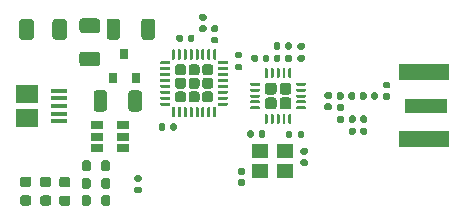
<source format=gbr>
%TF.GenerationSoftware,KiCad,Pcbnew,(5.1.7)-1*%
%TF.CreationDate,2020-12-26T20:13:37+13:00*%
%TF.ProjectId,STM32 RF Dongle,53544d33-3220-4524-9620-446f6e676c65,rev?*%
%TF.SameCoordinates,Original*%
%TF.FileFunction,Paste,Top*%
%TF.FilePolarity,Positive*%
%FSLAX46Y46*%
G04 Gerber Fmt 4.6, Leading zero omitted, Abs format (unit mm)*
G04 Created by KiCad (PCBNEW (5.1.7)-1) date 2020-12-26 20:13:37*
%MOMM*%
%LPD*%
G01*
G04 APERTURE LIST*
%ADD10R,1.060000X0.650000*%
%ADD11R,1.900000X1.500000*%
%ADD12R,1.350000X0.400000*%
%ADD13R,0.800000X0.900000*%
%ADD14R,1.400000X1.200000*%
%ADD15R,3.600000X1.270000*%
%ADD16R,4.200000X1.350000*%
G04 APERTURE END LIST*
%TO.C,C7*%
G36*
G01*
X136920000Y-92579999D02*
X136920000Y-93880001D01*
G75*
G02*
X136670001Y-94130000I-249999J0D01*
G01*
X136019999Y-94130000D01*
G75*
G02*
X135770000Y-93880001I0J249999D01*
G01*
X135770000Y-92579999D01*
G75*
G02*
X136019999Y-92330000I249999J0D01*
G01*
X136670001Y-92330000D01*
G75*
G02*
X136920000Y-92579999I0J-249999D01*
G01*
G37*
G36*
G01*
X133970000Y-92579999D02*
X133970000Y-93880001D01*
G75*
G02*
X133720001Y-94130000I-249999J0D01*
G01*
X133069999Y-94130000D01*
G75*
G02*
X132820000Y-93880001I0J249999D01*
G01*
X132820000Y-92579999D01*
G75*
G02*
X133069999Y-92330000I249999J0D01*
G01*
X133720001Y-92330000D01*
G75*
G02*
X133970000Y-92579999I0J-249999D01*
G01*
G37*
%TD*%
D10*
%TO.C,U3*%
X135300000Y-96250000D03*
X135300000Y-95300000D03*
X135300000Y-97200000D03*
X133100000Y-97200000D03*
X133100000Y-96250000D03*
X133100000Y-95300000D03*
%TD*%
%TO.C,R6*%
G36*
G01*
X133450000Y-101950000D02*
X133450000Y-101400000D01*
G75*
G02*
X133650000Y-101200000I200000J0D01*
G01*
X134050000Y-101200000D01*
G75*
G02*
X134250000Y-101400000I0J-200000D01*
G01*
X134250000Y-101950000D01*
G75*
G02*
X134050000Y-102150000I-200000J0D01*
G01*
X133650000Y-102150000D01*
G75*
G02*
X133450000Y-101950000I0J200000D01*
G01*
G37*
G36*
G01*
X131800000Y-101950000D02*
X131800000Y-101400000D01*
G75*
G02*
X132000000Y-101200000I200000J0D01*
G01*
X132400000Y-101200000D01*
G75*
G02*
X132600000Y-101400000I0J-200000D01*
G01*
X132600000Y-101950000D01*
G75*
G02*
X132400000Y-102150000I-200000J0D01*
G01*
X132000000Y-102150000D01*
G75*
G02*
X131800000Y-101950000I0J200000D01*
G01*
G37*
%TD*%
%TO.C,D3*%
G36*
G01*
X127326250Y-102095000D02*
X126813750Y-102095000D01*
G75*
G02*
X126595000Y-101876250I0J218750D01*
G01*
X126595000Y-101438750D01*
G75*
G02*
X126813750Y-101220000I218750J0D01*
G01*
X127326250Y-101220000D01*
G75*
G02*
X127545000Y-101438750I0J-218750D01*
G01*
X127545000Y-101876250D01*
G75*
G02*
X127326250Y-102095000I-218750J0D01*
G01*
G37*
G36*
G01*
X127326250Y-100520000D02*
X126813750Y-100520000D01*
G75*
G02*
X126595000Y-100301250I0J218750D01*
G01*
X126595000Y-99863750D01*
G75*
G02*
X126813750Y-99645000I218750J0D01*
G01*
X127326250Y-99645000D01*
G75*
G02*
X127545000Y-99863750I0J-218750D01*
G01*
X127545000Y-100301250D01*
G75*
G02*
X127326250Y-100520000I-218750J0D01*
G01*
G37*
%TD*%
D11*
%TO.C,J1*%
X127172500Y-92650000D03*
D12*
X129872500Y-93650000D03*
X129872500Y-94300000D03*
X129872500Y-94950000D03*
X129872500Y-92350000D03*
X129872500Y-93000000D03*
D11*
X127172500Y-94650000D03*
%TD*%
%TO.C,U1*%
G36*
G01*
X146092600Y-91877160D02*
X146092600Y-91752160D01*
G75*
G02*
X146155100Y-91689660I62500J0D01*
G01*
X146855100Y-91689660D01*
G75*
G02*
X146917600Y-91752160I0J-62500D01*
G01*
X146917600Y-91877160D01*
G75*
G02*
X146855100Y-91939660I-62500J0D01*
G01*
X146155100Y-91939660D01*
G75*
G02*
X146092600Y-91877160I0J62500D01*
G01*
G37*
G36*
G01*
X146092600Y-92377160D02*
X146092600Y-92252160D01*
G75*
G02*
X146155100Y-92189660I62500J0D01*
G01*
X146855100Y-92189660D01*
G75*
G02*
X146917600Y-92252160I0J-62500D01*
G01*
X146917600Y-92377160D01*
G75*
G02*
X146855100Y-92439660I-62500J0D01*
G01*
X146155100Y-92439660D01*
G75*
G02*
X146092600Y-92377160I0J62500D01*
G01*
G37*
G36*
G01*
X146092600Y-92877160D02*
X146092600Y-92752160D01*
G75*
G02*
X146155100Y-92689660I62500J0D01*
G01*
X146855100Y-92689660D01*
G75*
G02*
X146917600Y-92752160I0J-62500D01*
G01*
X146917600Y-92877160D01*
G75*
G02*
X146855100Y-92939660I-62500J0D01*
G01*
X146155100Y-92939660D01*
G75*
G02*
X146092600Y-92877160I0J62500D01*
G01*
G37*
G36*
G01*
X146092600Y-93377160D02*
X146092600Y-93252160D01*
G75*
G02*
X146155100Y-93189660I62500J0D01*
G01*
X146855100Y-93189660D01*
G75*
G02*
X146917600Y-93252160I0J-62500D01*
G01*
X146917600Y-93377160D01*
G75*
G02*
X146855100Y-93439660I-62500J0D01*
G01*
X146155100Y-93439660D01*
G75*
G02*
X146092600Y-93377160I0J62500D01*
G01*
G37*
G36*
G01*
X146092600Y-93877160D02*
X146092600Y-93752160D01*
G75*
G02*
X146155100Y-93689660I62500J0D01*
G01*
X146855100Y-93689660D01*
G75*
G02*
X146917600Y-93752160I0J-62500D01*
G01*
X146917600Y-93877160D01*
G75*
G02*
X146855100Y-93939660I-62500J0D01*
G01*
X146155100Y-93939660D01*
G75*
G02*
X146092600Y-93877160I0J62500D01*
G01*
G37*
G36*
G01*
X147317600Y-95102160D02*
X147317600Y-94402160D01*
G75*
G02*
X147380100Y-94339660I62500J0D01*
G01*
X147505100Y-94339660D01*
G75*
G02*
X147567600Y-94402160I0J-62500D01*
G01*
X147567600Y-95102160D01*
G75*
G02*
X147505100Y-95164660I-62500J0D01*
G01*
X147380100Y-95164660D01*
G75*
G02*
X147317600Y-95102160I0J62500D01*
G01*
G37*
G36*
G01*
X147817600Y-95102160D02*
X147817600Y-94402160D01*
G75*
G02*
X147880100Y-94339660I62500J0D01*
G01*
X148005100Y-94339660D01*
G75*
G02*
X148067600Y-94402160I0J-62500D01*
G01*
X148067600Y-95102160D01*
G75*
G02*
X148005100Y-95164660I-62500J0D01*
G01*
X147880100Y-95164660D01*
G75*
G02*
X147817600Y-95102160I0J62500D01*
G01*
G37*
G36*
G01*
X148317600Y-95102160D02*
X148317600Y-94402160D01*
G75*
G02*
X148380100Y-94339660I62500J0D01*
G01*
X148505100Y-94339660D01*
G75*
G02*
X148567600Y-94402160I0J-62500D01*
G01*
X148567600Y-95102160D01*
G75*
G02*
X148505100Y-95164660I-62500J0D01*
G01*
X148380100Y-95164660D01*
G75*
G02*
X148317600Y-95102160I0J62500D01*
G01*
G37*
G36*
G01*
X148817600Y-95102160D02*
X148817600Y-94402160D01*
G75*
G02*
X148880100Y-94339660I62500J0D01*
G01*
X149005100Y-94339660D01*
G75*
G02*
X149067600Y-94402160I0J-62500D01*
G01*
X149067600Y-95102160D01*
G75*
G02*
X149005100Y-95164660I-62500J0D01*
G01*
X148880100Y-95164660D01*
G75*
G02*
X148817600Y-95102160I0J62500D01*
G01*
G37*
G36*
G01*
X149317600Y-95102160D02*
X149317600Y-94402160D01*
G75*
G02*
X149380100Y-94339660I62500J0D01*
G01*
X149505100Y-94339660D01*
G75*
G02*
X149567600Y-94402160I0J-62500D01*
G01*
X149567600Y-95102160D01*
G75*
G02*
X149505100Y-95164660I-62500J0D01*
G01*
X149380100Y-95164660D01*
G75*
G02*
X149317600Y-95102160I0J62500D01*
G01*
G37*
G36*
G01*
X149967600Y-93877160D02*
X149967600Y-93752160D01*
G75*
G02*
X150030100Y-93689660I62500J0D01*
G01*
X150730100Y-93689660D01*
G75*
G02*
X150792600Y-93752160I0J-62500D01*
G01*
X150792600Y-93877160D01*
G75*
G02*
X150730100Y-93939660I-62500J0D01*
G01*
X150030100Y-93939660D01*
G75*
G02*
X149967600Y-93877160I0J62500D01*
G01*
G37*
G36*
G01*
X149967600Y-93377160D02*
X149967600Y-93252160D01*
G75*
G02*
X150030100Y-93189660I62500J0D01*
G01*
X150730100Y-93189660D01*
G75*
G02*
X150792600Y-93252160I0J-62500D01*
G01*
X150792600Y-93377160D01*
G75*
G02*
X150730100Y-93439660I-62500J0D01*
G01*
X150030100Y-93439660D01*
G75*
G02*
X149967600Y-93377160I0J62500D01*
G01*
G37*
G36*
G01*
X149967600Y-92877160D02*
X149967600Y-92752160D01*
G75*
G02*
X150030100Y-92689660I62500J0D01*
G01*
X150730100Y-92689660D01*
G75*
G02*
X150792600Y-92752160I0J-62500D01*
G01*
X150792600Y-92877160D01*
G75*
G02*
X150730100Y-92939660I-62500J0D01*
G01*
X150030100Y-92939660D01*
G75*
G02*
X149967600Y-92877160I0J62500D01*
G01*
G37*
G36*
G01*
X149967600Y-92377160D02*
X149967600Y-92252160D01*
G75*
G02*
X150030100Y-92189660I62500J0D01*
G01*
X150730100Y-92189660D01*
G75*
G02*
X150792600Y-92252160I0J-62500D01*
G01*
X150792600Y-92377160D01*
G75*
G02*
X150730100Y-92439660I-62500J0D01*
G01*
X150030100Y-92439660D01*
G75*
G02*
X149967600Y-92377160I0J62500D01*
G01*
G37*
G36*
G01*
X149967600Y-91877160D02*
X149967600Y-91752160D01*
G75*
G02*
X150030100Y-91689660I62500J0D01*
G01*
X150730100Y-91689660D01*
G75*
G02*
X150792600Y-91752160I0J-62500D01*
G01*
X150792600Y-91877160D01*
G75*
G02*
X150730100Y-91939660I-62500J0D01*
G01*
X150030100Y-91939660D01*
G75*
G02*
X149967600Y-91877160I0J62500D01*
G01*
G37*
G36*
G01*
X149317600Y-91227160D02*
X149317600Y-90527160D01*
G75*
G02*
X149380100Y-90464660I62500J0D01*
G01*
X149505100Y-90464660D01*
G75*
G02*
X149567600Y-90527160I0J-62500D01*
G01*
X149567600Y-91227160D01*
G75*
G02*
X149505100Y-91289660I-62500J0D01*
G01*
X149380100Y-91289660D01*
G75*
G02*
X149317600Y-91227160I0J62500D01*
G01*
G37*
G36*
G01*
X148817600Y-91227160D02*
X148817600Y-90527160D01*
G75*
G02*
X148880100Y-90464660I62500J0D01*
G01*
X149005100Y-90464660D01*
G75*
G02*
X149067600Y-90527160I0J-62500D01*
G01*
X149067600Y-91227160D01*
G75*
G02*
X149005100Y-91289660I-62500J0D01*
G01*
X148880100Y-91289660D01*
G75*
G02*
X148817600Y-91227160I0J62500D01*
G01*
G37*
G36*
G01*
X148317600Y-91227160D02*
X148317600Y-90527160D01*
G75*
G02*
X148380100Y-90464660I62500J0D01*
G01*
X148505100Y-90464660D01*
G75*
G02*
X148567600Y-90527160I0J-62500D01*
G01*
X148567600Y-91227160D01*
G75*
G02*
X148505100Y-91289660I-62500J0D01*
G01*
X148380100Y-91289660D01*
G75*
G02*
X148317600Y-91227160I0J62500D01*
G01*
G37*
G36*
G01*
X147817600Y-91227160D02*
X147817600Y-90527160D01*
G75*
G02*
X147880100Y-90464660I62500J0D01*
G01*
X148005100Y-90464660D01*
G75*
G02*
X148067600Y-90527160I0J-62500D01*
G01*
X148067600Y-91227160D01*
G75*
G02*
X148005100Y-91289660I-62500J0D01*
G01*
X147880100Y-91289660D01*
G75*
G02*
X147817600Y-91227160I0J62500D01*
G01*
G37*
G36*
G01*
X147317600Y-91227160D02*
X147317600Y-90527160D01*
G75*
G02*
X147380100Y-90464660I62500J0D01*
G01*
X147505100Y-90464660D01*
G75*
G02*
X147567600Y-90527160I0J-62500D01*
G01*
X147567600Y-91227160D01*
G75*
G02*
X147505100Y-91289660I-62500J0D01*
G01*
X147380100Y-91289660D01*
G75*
G02*
X147317600Y-91227160I0J62500D01*
G01*
G37*
G36*
G01*
X147312600Y-92444661D02*
X147312600Y-91934659D01*
G75*
G02*
X147562599Y-91684660I249999J0D01*
G01*
X148072601Y-91684660D01*
G75*
G02*
X148322600Y-91934659I0J-249999D01*
G01*
X148322600Y-92444661D01*
G75*
G02*
X148072601Y-92694660I-249999J0D01*
G01*
X147562599Y-92694660D01*
G75*
G02*
X147312600Y-92444661I0J249999D01*
G01*
G37*
G36*
G01*
X147312600Y-93694661D02*
X147312600Y-93184659D01*
G75*
G02*
X147562599Y-92934660I249999J0D01*
G01*
X148072601Y-92934660D01*
G75*
G02*
X148322600Y-93184659I0J-249999D01*
G01*
X148322600Y-93694661D01*
G75*
G02*
X148072601Y-93944660I-249999J0D01*
G01*
X147562599Y-93944660D01*
G75*
G02*
X147312600Y-93694661I0J249999D01*
G01*
G37*
G36*
G01*
X148562600Y-92444661D02*
X148562600Y-91934659D01*
G75*
G02*
X148812599Y-91684660I249999J0D01*
G01*
X149322601Y-91684660D01*
G75*
G02*
X149572600Y-91934659I0J-249999D01*
G01*
X149572600Y-92444661D01*
G75*
G02*
X149322601Y-92694660I-249999J0D01*
G01*
X148812599Y-92694660D01*
G75*
G02*
X148562600Y-92444661I0J249999D01*
G01*
G37*
G36*
G01*
X148562600Y-93694661D02*
X148562600Y-93184659D01*
G75*
G02*
X148812599Y-92934660I249999J0D01*
G01*
X149322601Y-92934660D01*
G75*
G02*
X149572600Y-93184659I0J-249999D01*
G01*
X149572600Y-93694661D01*
G75*
G02*
X149322601Y-93944660I-249999J0D01*
G01*
X148812599Y-93944660D01*
G75*
G02*
X148562600Y-93694661I0J249999D01*
G01*
G37*
%TD*%
%TO.C,C17*%
G36*
G01*
X138910000Y-95260000D02*
X138910000Y-95600000D01*
G75*
G02*
X138770000Y-95740000I-140000J0D01*
G01*
X138490000Y-95740000D01*
G75*
G02*
X138350000Y-95600000I0J140000D01*
G01*
X138350000Y-95260000D01*
G75*
G02*
X138490000Y-95120000I140000J0D01*
G01*
X138770000Y-95120000D01*
G75*
G02*
X138910000Y-95260000I0J-140000D01*
G01*
G37*
G36*
G01*
X139870000Y-95260000D02*
X139870000Y-95600000D01*
G75*
G02*
X139730000Y-95740000I-140000J0D01*
G01*
X139450000Y-95740000D01*
G75*
G02*
X139310000Y-95600000I0J140000D01*
G01*
X139310000Y-95260000D01*
G75*
G02*
X139450000Y-95120000I140000J0D01*
G01*
X139730000Y-95120000D01*
G75*
G02*
X139870000Y-95260000I0J-140000D01*
G01*
G37*
%TD*%
%TO.C,C13*%
G36*
G01*
X157810000Y-92170000D02*
X157470000Y-92170000D01*
G75*
G02*
X157330000Y-92030000I0J140000D01*
G01*
X157330000Y-91750000D01*
G75*
G02*
X157470000Y-91610000I140000J0D01*
G01*
X157810000Y-91610000D01*
G75*
G02*
X157950000Y-91750000I0J-140000D01*
G01*
X157950000Y-92030000D01*
G75*
G02*
X157810000Y-92170000I-140000J0D01*
G01*
G37*
G36*
G01*
X157810000Y-93130000D02*
X157470000Y-93130000D01*
G75*
G02*
X157330000Y-92990000I0J140000D01*
G01*
X157330000Y-92710000D01*
G75*
G02*
X157470000Y-92570000I140000J0D01*
G01*
X157810000Y-92570000D01*
G75*
G02*
X157950000Y-92710000I0J-140000D01*
G01*
X157950000Y-92990000D01*
G75*
G02*
X157810000Y-93130000I-140000J0D01*
G01*
G37*
%TD*%
%TO.C,C15*%
G36*
G01*
X142250000Y-86430000D02*
X141910000Y-86430000D01*
G75*
G02*
X141770000Y-86290000I0J140000D01*
G01*
X141770000Y-86010000D01*
G75*
G02*
X141910000Y-85870000I140000J0D01*
G01*
X142250000Y-85870000D01*
G75*
G02*
X142390000Y-86010000I0J-140000D01*
G01*
X142390000Y-86290000D01*
G75*
G02*
X142250000Y-86430000I-140000J0D01*
G01*
G37*
G36*
G01*
X142250000Y-87390000D02*
X141910000Y-87390000D01*
G75*
G02*
X141770000Y-87250000I0J140000D01*
G01*
X141770000Y-86970000D01*
G75*
G02*
X141910000Y-86830000I140000J0D01*
G01*
X142250000Y-86830000D01*
G75*
G02*
X142390000Y-86970000I0J-140000D01*
G01*
X142390000Y-87250000D01*
G75*
G02*
X142250000Y-87390000I-140000J0D01*
G01*
G37*
%TD*%
%TO.C,C16*%
G36*
G01*
X140400000Y-87760000D02*
X140400000Y-88100000D01*
G75*
G02*
X140260000Y-88240000I-140000J0D01*
G01*
X139980000Y-88240000D01*
G75*
G02*
X139840000Y-88100000I0J140000D01*
G01*
X139840000Y-87760000D01*
G75*
G02*
X139980000Y-87620000I140000J0D01*
G01*
X140260000Y-87620000D01*
G75*
G02*
X140400000Y-87760000I0J-140000D01*
G01*
G37*
G36*
G01*
X141360000Y-87760000D02*
X141360000Y-88100000D01*
G75*
G02*
X141220000Y-88240000I-140000J0D01*
G01*
X140940000Y-88240000D01*
G75*
G02*
X140800000Y-88100000I0J140000D01*
G01*
X140800000Y-87760000D01*
G75*
G02*
X140940000Y-87620000I140000J0D01*
G01*
X141220000Y-87620000D01*
G75*
G02*
X141360000Y-87760000I0J-140000D01*
G01*
G37*
%TD*%
%TO.C,C2*%
G36*
G01*
X146400000Y-95860000D02*
X146400000Y-96200000D01*
G75*
G02*
X146260000Y-96340000I-140000J0D01*
G01*
X145980000Y-96340000D01*
G75*
G02*
X145840000Y-96200000I0J140000D01*
G01*
X145840000Y-95860000D01*
G75*
G02*
X145980000Y-95720000I140000J0D01*
G01*
X146260000Y-95720000D01*
G75*
G02*
X146400000Y-95860000I0J-140000D01*
G01*
G37*
G36*
G01*
X147360000Y-95860000D02*
X147360000Y-96200000D01*
G75*
G02*
X147220000Y-96340000I-140000J0D01*
G01*
X146940000Y-96340000D01*
G75*
G02*
X146800000Y-96200000I0J140000D01*
G01*
X146800000Y-95860000D01*
G75*
G02*
X146940000Y-95720000I140000J0D01*
G01*
X147220000Y-95720000D01*
G75*
G02*
X147360000Y-95860000I0J-140000D01*
G01*
G37*
%TD*%
%TO.C,C3*%
G36*
G01*
X136870000Y-87810001D02*
X136870000Y-86509999D01*
G75*
G02*
X137119999Y-86260000I249999J0D01*
G01*
X137770001Y-86260000D01*
G75*
G02*
X138020000Y-86509999I0J-249999D01*
G01*
X138020000Y-87810001D01*
G75*
G02*
X137770001Y-88060000I-249999J0D01*
G01*
X137119999Y-88060000D01*
G75*
G02*
X136870000Y-87810001I0J249999D01*
G01*
G37*
G36*
G01*
X133920000Y-87810001D02*
X133920000Y-86509999D01*
G75*
G02*
X134169999Y-86260000I249999J0D01*
G01*
X134820001Y-86260000D01*
G75*
G02*
X135070000Y-86509999I0J-249999D01*
G01*
X135070000Y-87810001D01*
G75*
G02*
X134820001Y-88060000I-249999J0D01*
G01*
X134169999Y-88060000D01*
G75*
G02*
X133920000Y-87810001I0J249999D01*
G01*
G37*
%TD*%
%TO.C,C5*%
G36*
G01*
X149045000Y-89795000D02*
X149045000Y-89455000D01*
G75*
G02*
X149185000Y-89315000I140000J0D01*
G01*
X149465000Y-89315000D01*
G75*
G02*
X149605000Y-89455000I0J-140000D01*
G01*
X149605000Y-89795000D01*
G75*
G02*
X149465000Y-89935000I-140000J0D01*
G01*
X149185000Y-89935000D01*
G75*
G02*
X149045000Y-89795000I0J140000D01*
G01*
G37*
G36*
G01*
X148085000Y-89795000D02*
X148085000Y-89455000D01*
G75*
G02*
X148225000Y-89315000I140000J0D01*
G01*
X148505000Y-89315000D01*
G75*
G02*
X148645000Y-89455000I0J-140000D01*
G01*
X148645000Y-89795000D01*
G75*
G02*
X148505000Y-89935000I-140000J0D01*
G01*
X148225000Y-89935000D01*
G75*
G02*
X148085000Y-89795000I0J140000D01*
G01*
G37*
%TD*%
%TO.C,C8*%
G36*
G01*
X155410000Y-94930000D02*
X155410000Y-94590000D01*
G75*
G02*
X155550000Y-94450000I140000J0D01*
G01*
X155830000Y-94450000D01*
G75*
G02*
X155970000Y-94590000I0J-140000D01*
G01*
X155970000Y-94930000D01*
G75*
G02*
X155830000Y-95070000I-140000J0D01*
G01*
X155550000Y-95070000D01*
G75*
G02*
X155410000Y-94930000I0J140000D01*
G01*
G37*
G36*
G01*
X154450000Y-94930000D02*
X154450000Y-94590000D01*
G75*
G02*
X154590000Y-94450000I140000J0D01*
G01*
X154870000Y-94450000D01*
G75*
G02*
X155010000Y-94590000I0J-140000D01*
G01*
X155010000Y-94930000D01*
G75*
G02*
X154870000Y-95070000I-140000J0D01*
G01*
X154590000Y-95070000D01*
G75*
G02*
X154450000Y-94930000I0J140000D01*
G01*
G37*
%TD*%
%TO.C,C9*%
G36*
G01*
X145175000Y-99875000D02*
X145515000Y-99875000D01*
G75*
G02*
X145655000Y-100015000I0J-140000D01*
G01*
X145655000Y-100295000D01*
G75*
G02*
X145515000Y-100435000I-140000J0D01*
G01*
X145175000Y-100435000D01*
G75*
G02*
X145035000Y-100295000I0J140000D01*
G01*
X145035000Y-100015000D01*
G75*
G02*
X145175000Y-99875000I140000J0D01*
G01*
G37*
G36*
G01*
X145175000Y-98915000D02*
X145515000Y-98915000D01*
G75*
G02*
X145655000Y-99055000I0J-140000D01*
G01*
X145655000Y-99335000D01*
G75*
G02*
X145515000Y-99475000I-140000J0D01*
G01*
X145175000Y-99475000D01*
G75*
G02*
X145035000Y-99335000I0J140000D01*
G01*
X145035000Y-99055000D01*
G75*
G02*
X145175000Y-98915000I140000J0D01*
G01*
G37*
%TD*%
%TO.C,C6*%
G36*
G01*
X149045000Y-88740000D02*
X149045000Y-88400000D01*
G75*
G02*
X149185000Y-88260000I140000J0D01*
G01*
X149465000Y-88260000D01*
G75*
G02*
X149605000Y-88400000I0J-140000D01*
G01*
X149605000Y-88740000D01*
G75*
G02*
X149465000Y-88880000I-140000J0D01*
G01*
X149185000Y-88880000D01*
G75*
G02*
X149045000Y-88740000I0J140000D01*
G01*
G37*
G36*
G01*
X148085000Y-88740000D02*
X148085000Y-88400000D01*
G75*
G02*
X148225000Y-88260000I140000J0D01*
G01*
X148505000Y-88260000D01*
G75*
G02*
X148645000Y-88400000I0J-140000D01*
G01*
X148645000Y-88740000D01*
G75*
G02*
X148505000Y-88880000I-140000J0D01*
G01*
X148225000Y-88880000D01*
G75*
G02*
X148085000Y-88740000I0J140000D01*
G01*
G37*
%TD*%
%TO.C,C10*%
G36*
G01*
X155420000Y-95960000D02*
X155420000Y-95620000D01*
G75*
G02*
X155560000Y-95480000I140000J0D01*
G01*
X155840000Y-95480000D01*
G75*
G02*
X155980000Y-95620000I0J-140000D01*
G01*
X155980000Y-95960000D01*
G75*
G02*
X155840000Y-96100000I-140000J0D01*
G01*
X155560000Y-96100000D01*
G75*
G02*
X155420000Y-95960000I0J140000D01*
G01*
G37*
G36*
G01*
X154460000Y-95960000D02*
X154460000Y-95620000D01*
G75*
G02*
X154600000Y-95480000I140000J0D01*
G01*
X154880000Y-95480000D01*
G75*
G02*
X155020000Y-95620000I0J-140000D01*
G01*
X155020000Y-95960000D01*
G75*
G02*
X154880000Y-96100000I-140000J0D01*
G01*
X154600000Y-96100000D01*
G75*
G02*
X154460000Y-95960000I0J140000D01*
G01*
G37*
%TD*%
%TO.C,C1*%
G36*
G01*
X146745000Y-89455000D02*
X146745000Y-89795000D01*
G75*
G02*
X146605000Y-89935000I-140000J0D01*
G01*
X146325000Y-89935000D01*
G75*
G02*
X146185000Y-89795000I0J140000D01*
G01*
X146185000Y-89455000D01*
G75*
G02*
X146325000Y-89315000I140000J0D01*
G01*
X146605000Y-89315000D01*
G75*
G02*
X146745000Y-89455000I0J-140000D01*
G01*
G37*
G36*
G01*
X147705000Y-89455000D02*
X147705000Y-89795000D01*
G75*
G02*
X147565000Y-89935000I-140000J0D01*
G01*
X147285000Y-89935000D01*
G75*
G02*
X147145000Y-89795000I0J140000D01*
G01*
X147145000Y-89455000D01*
G75*
G02*
X147285000Y-89315000I140000J0D01*
G01*
X147565000Y-89315000D01*
G75*
G02*
X147705000Y-89455000I0J-140000D01*
G01*
G37*
%TD*%
%TO.C,C11*%
G36*
G01*
X156330000Y-92980000D02*
X156330000Y-92640000D01*
G75*
G02*
X156470000Y-92500000I140000J0D01*
G01*
X156750000Y-92500000D01*
G75*
G02*
X156890000Y-92640000I0J-140000D01*
G01*
X156890000Y-92980000D01*
G75*
G02*
X156750000Y-93120000I-140000J0D01*
G01*
X156470000Y-93120000D01*
G75*
G02*
X156330000Y-92980000I0J140000D01*
G01*
G37*
G36*
G01*
X155370000Y-92980000D02*
X155370000Y-92640000D01*
G75*
G02*
X155510000Y-92500000I140000J0D01*
G01*
X155790000Y-92500000D01*
G75*
G02*
X155930000Y-92640000I0J-140000D01*
G01*
X155930000Y-92980000D01*
G75*
G02*
X155790000Y-93120000I-140000J0D01*
G01*
X155510000Y-93120000D01*
G75*
G02*
X155370000Y-92980000I0J140000D01*
G01*
G37*
%TD*%
%TO.C,C12*%
G36*
G01*
X150475000Y-98175000D02*
X150815000Y-98175000D01*
G75*
G02*
X150955000Y-98315000I0J-140000D01*
G01*
X150955000Y-98595000D01*
G75*
G02*
X150815000Y-98735000I-140000J0D01*
G01*
X150475000Y-98735000D01*
G75*
G02*
X150335000Y-98595000I0J140000D01*
G01*
X150335000Y-98315000D01*
G75*
G02*
X150475000Y-98175000I140000J0D01*
G01*
G37*
G36*
G01*
X150475000Y-97215000D02*
X150815000Y-97215000D01*
G75*
G02*
X150955000Y-97355000I0J-140000D01*
G01*
X150955000Y-97635000D01*
G75*
G02*
X150815000Y-97775000I-140000J0D01*
G01*
X150475000Y-97775000D01*
G75*
G02*
X150335000Y-97635000I0J140000D01*
G01*
X150335000Y-97355000D01*
G75*
G02*
X150475000Y-97215000I140000J0D01*
G01*
G37*
%TD*%
%TO.C,D2*%
G36*
G01*
X130636250Y-100540000D02*
X130123750Y-100540000D01*
G75*
G02*
X129905000Y-100321250I0J218750D01*
G01*
X129905000Y-99883750D01*
G75*
G02*
X130123750Y-99665000I218750J0D01*
G01*
X130636250Y-99665000D01*
G75*
G02*
X130855000Y-99883750I0J-218750D01*
G01*
X130855000Y-100321250D01*
G75*
G02*
X130636250Y-100540000I-218750J0D01*
G01*
G37*
G36*
G01*
X130636250Y-102115000D02*
X130123750Y-102115000D01*
G75*
G02*
X129905000Y-101896250I0J218750D01*
G01*
X129905000Y-101458750D01*
G75*
G02*
X130123750Y-101240000I218750J0D01*
G01*
X130636250Y-101240000D01*
G75*
G02*
X130855000Y-101458750I0J-218750D01*
G01*
X130855000Y-101896250D01*
G75*
G02*
X130636250Y-102115000I-218750J0D01*
G01*
G37*
%TD*%
%TO.C,FB1*%
G36*
G01*
X133125000Y-87495000D02*
X131875000Y-87495000D01*
G75*
G02*
X131625000Y-87245000I0J250000D01*
G01*
X131625000Y-86495000D01*
G75*
G02*
X131875000Y-86245000I250000J0D01*
G01*
X133125000Y-86245000D01*
G75*
G02*
X133375000Y-86495000I0J-250000D01*
G01*
X133375000Y-87245000D01*
G75*
G02*
X133125000Y-87495000I-250000J0D01*
G01*
G37*
G36*
G01*
X133125000Y-90295000D02*
X131875000Y-90295000D01*
G75*
G02*
X131625000Y-90045000I0J250000D01*
G01*
X131625000Y-89295000D01*
G75*
G02*
X131875000Y-89045000I250000J0D01*
G01*
X133125000Y-89045000D01*
G75*
G02*
X133375000Y-89295000I0J-250000D01*
G01*
X133375000Y-90045000D01*
G75*
G02*
X133125000Y-90295000I-250000J0D01*
G01*
G37*
%TD*%
%TO.C,C18*%
G36*
G01*
X143240000Y-87395000D02*
X142900000Y-87395000D01*
G75*
G02*
X142760000Y-87255000I0J140000D01*
G01*
X142760000Y-86975000D01*
G75*
G02*
X142900000Y-86835000I140000J0D01*
G01*
X143240000Y-86835000D01*
G75*
G02*
X143380000Y-86975000I0J-140000D01*
G01*
X143380000Y-87255000D01*
G75*
G02*
X143240000Y-87395000I-140000J0D01*
G01*
G37*
G36*
G01*
X143240000Y-88355000D02*
X142900000Y-88355000D01*
G75*
G02*
X142760000Y-88215000I0J140000D01*
G01*
X142760000Y-87935000D01*
G75*
G02*
X142900000Y-87795000I140000J0D01*
G01*
X143240000Y-87795000D01*
G75*
G02*
X143380000Y-87935000I0J-140000D01*
G01*
X143380000Y-88215000D01*
G75*
G02*
X143240000Y-88355000I-140000J0D01*
G01*
G37*
%TD*%
%TO.C,L3*%
G36*
G01*
X153557500Y-94475000D02*
X153902500Y-94475000D01*
G75*
G02*
X154050000Y-94622500I0J-147500D01*
G01*
X154050000Y-94917500D01*
G75*
G02*
X153902500Y-95065000I-147500J0D01*
G01*
X153557500Y-95065000D01*
G75*
G02*
X153410000Y-94917500I0J147500D01*
G01*
X153410000Y-94622500D01*
G75*
G02*
X153557500Y-94475000I147500J0D01*
G01*
G37*
G36*
G01*
X153557500Y-93505000D02*
X153902500Y-93505000D01*
G75*
G02*
X154050000Y-93652500I0J-147500D01*
G01*
X154050000Y-93947500D01*
G75*
G02*
X153902500Y-94095000I-147500J0D01*
G01*
X153557500Y-94095000D01*
G75*
G02*
X153410000Y-93947500I0J147500D01*
G01*
X153410000Y-93652500D01*
G75*
G02*
X153557500Y-93505000I147500J0D01*
G01*
G37*
%TD*%
%TO.C,R3*%
G36*
G01*
X145285000Y-89610000D02*
X144915000Y-89610000D01*
G75*
G02*
X144780000Y-89475000I0J135000D01*
G01*
X144780000Y-89205000D01*
G75*
G02*
X144915000Y-89070000I135000J0D01*
G01*
X145285000Y-89070000D01*
G75*
G02*
X145420000Y-89205000I0J-135000D01*
G01*
X145420000Y-89475000D01*
G75*
G02*
X145285000Y-89610000I-135000J0D01*
G01*
G37*
G36*
G01*
X145285000Y-90630000D02*
X144915000Y-90630000D01*
G75*
G02*
X144780000Y-90495000I0J135000D01*
G01*
X144780000Y-90225000D01*
G75*
G02*
X144915000Y-90090000I135000J0D01*
G01*
X145285000Y-90090000D01*
G75*
G02*
X145420000Y-90225000I0J-135000D01*
G01*
X145420000Y-90495000D01*
G75*
G02*
X145285000Y-90630000I-135000J0D01*
G01*
G37*
%TD*%
%TO.C,L1*%
G36*
G01*
X152507500Y-93440000D02*
X152852500Y-93440000D01*
G75*
G02*
X153000000Y-93587500I0J-147500D01*
G01*
X153000000Y-93882500D01*
G75*
G02*
X152852500Y-94030000I-147500J0D01*
G01*
X152507500Y-94030000D01*
G75*
G02*
X152360000Y-93882500I0J147500D01*
G01*
X152360000Y-93587500D01*
G75*
G02*
X152507500Y-93440000I147500J0D01*
G01*
G37*
G36*
G01*
X152507500Y-92470000D02*
X152852500Y-92470000D01*
G75*
G02*
X153000000Y-92617500I0J-147500D01*
G01*
X153000000Y-92912500D01*
G75*
G02*
X152852500Y-93060000I-147500J0D01*
G01*
X152507500Y-93060000D01*
G75*
G02*
X152360000Y-92912500I0J147500D01*
G01*
X152360000Y-92617500D01*
G75*
G02*
X152507500Y-92470000I147500J0D01*
G01*
G37*
%TD*%
%TO.C,R5*%
G36*
G01*
X132600000Y-98450000D02*
X132600000Y-99000000D01*
G75*
G02*
X132400000Y-99200000I-200000J0D01*
G01*
X132000000Y-99200000D01*
G75*
G02*
X131800000Y-99000000I0J200000D01*
G01*
X131800000Y-98450000D01*
G75*
G02*
X132000000Y-98250000I200000J0D01*
G01*
X132400000Y-98250000D01*
G75*
G02*
X132600000Y-98450000I0J-200000D01*
G01*
G37*
G36*
G01*
X134250000Y-98450000D02*
X134250000Y-99000000D01*
G75*
G02*
X134050000Y-99200000I-200000J0D01*
G01*
X133650000Y-99200000D01*
G75*
G02*
X133450000Y-99000000I0J200000D01*
G01*
X133450000Y-98450000D01*
G75*
G02*
X133650000Y-98250000I200000J0D01*
G01*
X134050000Y-98250000D01*
G75*
G02*
X134250000Y-98450000I0J-200000D01*
G01*
G37*
%TD*%
%TO.C,C19*%
G36*
G01*
X136410000Y-100480000D02*
X136750000Y-100480000D01*
G75*
G02*
X136890000Y-100620000I0J-140000D01*
G01*
X136890000Y-100900000D01*
G75*
G02*
X136750000Y-101040000I-140000J0D01*
G01*
X136410000Y-101040000D01*
G75*
G02*
X136270000Y-100900000I0J140000D01*
G01*
X136270000Y-100620000D01*
G75*
G02*
X136410000Y-100480000I140000J0D01*
G01*
G37*
G36*
G01*
X136410000Y-99520000D02*
X136750000Y-99520000D01*
G75*
G02*
X136890000Y-99660000I0J-140000D01*
G01*
X136890000Y-99940000D01*
G75*
G02*
X136750000Y-100080000I-140000J0D01*
G01*
X136410000Y-100080000D01*
G75*
G02*
X136270000Y-99940000I0J140000D01*
G01*
X136270000Y-99660000D01*
G75*
G02*
X136410000Y-99520000I140000J0D01*
G01*
G37*
%TD*%
D13*
%TO.C,U2*%
X134475000Y-91250000D03*
X136375000Y-91250000D03*
X135425000Y-89250000D03*
%TD*%
%TO.C,R4*%
G36*
G01*
X132600000Y-99950000D02*
X132600000Y-100500000D01*
G75*
G02*
X132400000Y-100700000I-200000J0D01*
G01*
X132000000Y-100700000D01*
G75*
G02*
X131800000Y-100500000I0J200000D01*
G01*
X131800000Y-99950000D01*
G75*
G02*
X132000000Y-99750000I200000J0D01*
G01*
X132400000Y-99750000D01*
G75*
G02*
X132600000Y-99950000I0J-200000D01*
G01*
G37*
G36*
G01*
X134250000Y-99950000D02*
X134250000Y-100500000D01*
G75*
G02*
X134050000Y-100700000I-200000J0D01*
G01*
X133650000Y-100700000D01*
G75*
G02*
X133450000Y-100500000I0J200000D01*
G01*
X133450000Y-99950000D01*
G75*
G02*
X133650000Y-99750000I200000J0D01*
G01*
X134050000Y-99750000D01*
G75*
G02*
X134250000Y-99950000I0J-200000D01*
G01*
G37*
%TD*%
%TO.C,L2*%
G36*
G01*
X154385000Y-92972500D02*
X154385000Y-92627500D01*
G75*
G02*
X154532500Y-92480000I147500J0D01*
G01*
X154827500Y-92480000D01*
G75*
G02*
X154975000Y-92627500I0J-147500D01*
G01*
X154975000Y-92972500D01*
G75*
G02*
X154827500Y-93120000I-147500J0D01*
G01*
X154532500Y-93120000D01*
G75*
G02*
X154385000Y-92972500I0J147500D01*
G01*
G37*
G36*
G01*
X153415000Y-92972500D02*
X153415000Y-92627500D01*
G75*
G02*
X153562500Y-92480000I147500J0D01*
G01*
X153857500Y-92480000D01*
G75*
G02*
X154005000Y-92627500I0J-147500D01*
G01*
X154005000Y-92972500D01*
G75*
G02*
X153857500Y-93120000I-147500J0D01*
G01*
X153562500Y-93120000D01*
G75*
G02*
X153415000Y-92972500I0J147500D01*
G01*
G37*
%TD*%
%TO.C,R1*%
G36*
G01*
X150580000Y-88875000D02*
X150210000Y-88875000D01*
G75*
G02*
X150075000Y-88740000I0J135000D01*
G01*
X150075000Y-88470000D01*
G75*
G02*
X150210000Y-88335000I135000J0D01*
G01*
X150580000Y-88335000D01*
G75*
G02*
X150715000Y-88470000I0J-135000D01*
G01*
X150715000Y-88740000D01*
G75*
G02*
X150580000Y-88875000I-135000J0D01*
G01*
G37*
G36*
G01*
X150580000Y-89895000D02*
X150210000Y-89895000D01*
G75*
G02*
X150075000Y-89760000I0J135000D01*
G01*
X150075000Y-89490000D01*
G75*
G02*
X150210000Y-89355000I135000J0D01*
G01*
X150580000Y-89355000D01*
G75*
G02*
X150715000Y-89490000I0J-135000D01*
G01*
X150715000Y-89760000D01*
G75*
G02*
X150580000Y-89895000I-135000J0D01*
G01*
G37*
%TD*%
D14*
%TO.C,Y1*%
X146870000Y-97475000D03*
X149070000Y-97475000D03*
X149070000Y-99175000D03*
X146870000Y-99175000D03*
%TD*%
%TO.C,U4*%
G36*
G01*
X143017500Y-88865000D02*
X143142500Y-88865000D01*
G75*
G02*
X143205000Y-88927500I0J-62500D01*
G01*
X143205000Y-89677500D01*
G75*
G02*
X143142500Y-89740000I-62500J0D01*
G01*
X143017500Y-89740000D01*
G75*
G02*
X142955000Y-89677500I0J62500D01*
G01*
X142955000Y-88927500D01*
G75*
G02*
X143017500Y-88865000I62500J0D01*
G01*
G37*
G36*
G01*
X142517500Y-88865000D02*
X142642500Y-88865000D01*
G75*
G02*
X142705000Y-88927500I0J-62500D01*
G01*
X142705000Y-89677500D01*
G75*
G02*
X142642500Y-89740000I-62500J0D01*
G01*
X142517500Y-89740000D01*
G75*
G02*
X142455000Y-89677500I0J62500D01*
G01*
X142455000Y-88927500D01*
G75*
G02*
X142517500Y-88865000I62500J0D01*
G01*
G37*
G36*
G01*
X142017500Y-88865000D02*
X142142500Y-88865000D01*
G75*
G02*
X142205000Y-88927500I0J-62500D01*
G01*
X142205000Y-89677500D01*
G75*
G02*
X142142500Y-89740000I-62500J0D01*
G01*
X142017500Y-89740000D01*
G75*
G02*
X141955000Y-89677500I0J62500D01*
G01*
X141955000Y-88927500D01*
G75*
G02*
X142017500Y-88865000I62500J0D01*
G01*
G37*
G36*
G01*
X141517500Y-88865000D02*
X141642500Y-88865000D01*
G75*
G02*
X141705000Y-88927500I0J-62500D01*
G01*
X141705000Y-89677500D01*
G75*
G02*
X141642500Y-89740000I-62500J0D01*
G01*
X141517500Y-89740000D01*
G75*
G02*
X141455000Y-89677500I0J62500D01*
G01*
X141455000Y-88927500D01*
G75*
G02*
X141517500Y-88865000I62500J0D01*
G01*
G37*
G36*
G01*
X141017500Y-88865000D02*
X141142500Y-88865000D01*
G75*
G02*
X141205000Y-88927500I0J-62500D01*
G01*
X141205000Y-89677500D01*
G75*
G02*
X141142500Y-89740000I-62500J0D01*
G01*
X141017500Y-89740000D01*
G75*
G02*
X140955000Y-89677500I0J62500D01*
G01*
X140955000Y-88927500D01*
G75*
G02*
X141017500Y-88865000I62500J0D01*
G01*
G37*
G36*
G01*
X140517500Y-88865000D02*
X140642500Y-88865000D01*
G75*
G02*
X140705000Y-88927500I0J-62500D01*
G01*
X140705000Y-89677500D01*
G75*
G02*
X140642500Y-89740000I-62500J0D01*
G01*
X140517500Y-89740000D01*
G75*
G02*
X140455000Y-89677500I0J62500D01*
G01*
X140455000Y-88927500D01*
G75*
G02*
X140517500Y-88865000I62500J0D01*
G01*
G37*
G36*
G01*
X140017500Y-88865000D02*
X140142500Y-88865000D01*
G75*
G02*
X140205000Y-88927500I0J-62500D01*
G01*
X140205000Y-89677500D01*
G75*
G02*
X140142500Y-89740000I-62500J0D01*
G01*
X140017500Y-89740000D01*
G75*
G02*
X139955000Y-89677500I0J62500D01*
G01*
X139955000Y-88927500D01*
G75*
G02*
X140017500Y-88865000I62500J0D01*
G01*
G37*
G36*
G01*
X139517500Y-88865000D02*
X139642500Y-88865000D01*
G75*
G02*
X139705000Y-88927500I0J-62500D01*
G01*
X139705000Y-89677500D01*
G75*
G02*
X139642500Y-89740000I-62500J0D01*
G01*
X139517500Y-89740000D01*
G75*
G02*
X139455000Y-89677500I0J62500D01*
G01*
X139455000Y-88927500D01*
G75*
G02*
X139517500Y-88865000I62500J0D01*
G01*
G37*
G36*
G01*
X138517500Y-89865000D02*
X139267500Y-89865000D01*
G75*
G02*
X139330000Y-89927500I0J-62500D01*
G01*
X139330000Y-90052500D01*
G75*
G02*
X139267500Y-90115000I-62500J0D01*
G01*
X138517500Y-90115000D01*
G75*
G02*
X138455000Y-90052500I0J62500D01*
G01*
X138455000Y-89927500D01*
G75*
G02*
X138517500Y-89865000I62500J0D01*
G01*
G37*
G36*
G01*
X138517500Y-90365000D02*
X139267500Y-90365000D01*
G75*
G02*
X139330000Y-90427500I0J-62500D01*
G01*
X139330000Y-90552500D01*
G75*
G02*
X139267500Y-90615000I-62500J0D01*
G01*
X138517500Y-90615000D01*
G75*
G02*
X138455000Y-90552500I0J62500D01*
G01*
X138455000Y-90427500D01*
G75*
G02*
X138517500Y-90365000I62500J0D01*
G01*
G37*
G36*
G01*
X138517500Y-90865000D02*
X139267500Y-90865000D01*
G75*
G02*
X139330000Y-90927500I0J-62500D01*
G01*
X139330000Y-91052500D01*
G75*
G02*
X139267500Y-91115000I-62500J0D01*
G01*
X138517500Y-91115000D01*
G75*
G02*
X138455000Y-91052500I0J62500D01*
G01*
X138455000Y-90927500D01*
G75*
G02*
X138517500Y-90865000I62500J0D01*
G01*
G37*
G36*
G01*
X138517500Y-91365000D02*
X139267500Y-91365000D01*
G75*
G02*
X139330000Y-91427500I0J-62500D01*
G01*
X139330000Y-91552500D01*
G75*
G02*
X139267500Y-91615000I-62500J0D01*
G01*
X138517500Y-91615000D01*
G75*
G02*
X138455000Y-91552500I0J62500D01*
G01*
X138455000Y-91427500D01*
G75*
G02*
X138517500Y-91365000I62500J0D01*
G01*
G37*
G36*
G01*
X138517500Y-91865000D02*
X139267500Y-91865000D01*
G75*
G02*
X139330000Y-91927500I0J-62500D01*
G01*
X139330000Y-92052500D01*
G75*
G02*
X139267500Y-92115000I-62500J0D01*
G01*
X138517500Y-92115000D01*
G75*
G02*
X138455000Y-92052500I0J62500D01*
G01*
X138455000Y-91927500D01*
G75*
G02*
X138517500Y-91865000I62500J0D01*
G01*
G37*
G36*
G01*
X138517500Y-92365000D02*
X139267500Y-92365000D01*
G75*
G02*
X139330000Y-92427500I0J-62500D01*
G01*
X139330000Y-92552500D01*
G75*
G02*
X139267500Y-92615000I-62500J0D01*
G01*
X138517500Y-92615000D01*
G75*
G02*
X138455000Y-92552500I0J62500D01*
G01*
X138455000Y-92427500D01*
G75*
G02*
X138517500Y-92365000I62500J0D01*
G01*
G37*
G36*
G01*
X138517500Y-92865000D02*
X139267500Y-92865000D01*
G75*
G02*
X139330000Y-92927500I0J-62500D01*
G01*
X139330000Y-93052500D01*
G75*
G02*
X139267500Y-93115000I-62500J0D01*
G01*
X138517500Y-93115000D01*
G75*
G02*
X138455000Y-93052500I0J62500D01*
G01*
X138455000Y-92927500D01*
G75*
G02*
X138517500Y-92865000I62500J0D01*
G01*
G37*
G36*
G01*
X138517500Y-93365000D02*
X139267500Y-93365000D01*
G75*
G02*
X139330000Y-93427500I0J-62500D01*
G01*
X139330000Y-93552500D01*
G75*
G02*
X139267500Y-93615000I-62500J0D01*
G01*
X138517500Y-93615000D01*
G75*
G02*
X138455000Y-93552500I0J62500D01*
G01*
X138455000Y-93427500D01*
G75*
G02*
X138517500Y-93365000I62500J0D01*
G01*
G37*
G36*
G01*
X139517500Y-93740000D02*
X139642500Y-93740000D01*
G75*
G02*
X139705000Y-93802500I0J-62500D01*
G01*
X139705000Y-94552500D01*
G75*
G02*
X139642500Y-94615000I-62500J0D01*
G01*
X139517500Y-94615000D01*
G75*
G02*
X139455000Y-94552500I0J62500D01*
G01*
X139455000Y-93802500D01*
G75*
G02*
X139517500Y-93740000I62500J0D01*
G01*
G37*
G36*
G01*
X140017500Y-93740000D02*
X140142500Y-93740000D01*
G75*
G02*
X140205000Y-93802500I0J-62500D01*
G01*
X140205000Y-94552500D01*
G75*
G02*
X140142500Y-94615000I-62500J0D01*
G01*
X140017500Y-94615000D01*
G75*
G02*
X139955000Y-94552500I0J62500D01*
G01*
X139955000Y-93802500D01*
G75*
G02*
X140017500Y-93740000I62500J0D01*
G01*
G37*
G36*
G01*
X140517500Y-93740000D02*
X140642500Y-93740000D01*
G75*
G02*
X140705000Y-93802500I0J-62500D01*
G01*
X140705000Y-94552500D01*
G75*
G02*
X140642500Y-94615000I-62500J0D01*
G01*
X140517500Y-94615000D01*
G75*
G02*
X140455000Y-94552500I0J62500D01*
G01*
X140455000Y-93802500D01*
G75*
G02*
X140517500Y-93740000I62500J0D01*
G01*
G37*
G36*
G01*
X141017500Y-93740000D02*
X141142500Y-93740000D01*
G75*
G02*
X141205000Y-93802500I0J-62500D01*
G01*
X141205000Y-94552500D01*
G75*
G02*
X141142500Y-94615000I-62500J0D01*
G01*
X141017500Y-94615000D01*
G75*
G02*
X140955000Y-94552500I0J62500D01*
G01*
X140955000Y-93802500D01*
G75*
G02*
X141017500Y-93740000I62500J0D01*
G01*
G37*
G36*
G01*
X141517500Y-93740000D02*
X141642500Y-93740000D01*
G75*
G02*
X141705000Y-93802500I0J-62500D01*
G01*
X141705000Y-94552500D01*
G75*
G02*
X141642500Y-94615000I-62500J0D01*
G01*
X141517500Y-94615000D01*
G75*
G02*
X141455000Y-94552500I0J62500D01*
G01*
X141455000Y-93802500D01*
G75*
G02*
X141517500Y-93740000I62500J0D01*
G01*
G37*
G36*
G01*
X142017500Y-93740000D02*
X142142500Y-93740000D01*
G75*
G02*
X142205000Y-93802500I0J-62500D01*
G01*
X142205000Y-94552500D01*
G75*
G02*
X142142500Y-94615000I-62500J0D01*
G01*
X142017500Y-94615000D01*
G75*
G02*
X141955000Y-94552500I0J62500D01*
G01*
X141955000Y-93802500D01*
G75*
G02*
X142017500Y-93740000I62500J0D01*
G01*
G37*
G36*
G01*
X142517500Y-93740000D02*
X142642500Y-93740000D01*
G75*
G02*
X142705000Y-93802500I0J-62500D01*
G01*
X142705000Y-94552500D01*
G75*
G02*
X142642500Y-94615000I-62500J0D01*
G01*
X142517500Y-94615000D01*
G75*
G02*
X142455000Y-94552500I0J62500D01*
G01*
X142455000Y-93802500D01*
G75*
G02*
X142517500Y-93740000I62500J0D01*
G01*
G37*
G36*
G01*
X143017500Y-93740000D02*
X143142500Y-93740000D01*
G75*
G02*
X143205000Y-93802500I0J-62500D01*
G01*
X143205000Y-94552500D01*
G75*
G02*
X143142500Y-94615000I-62500J0D01*
G01*
X143017500Y-94615000D01*
G75*
G02*
X142955000Y-94552500I0J62500D01*
G01*
X142955000Y-93802500D01*
G75*
G02*
X143017500Y-93740000I62500J0D01*
G01*
G37*
G36*
G01*
X143392500Y-93365000D02*
X144142500Y-93365000D01*
G75*
G02*
X144205000Y-93427500I0J-62500D01*
G01*
X144205000Y-93552500D01*
G75*
G02*
X144142500Y-93615000I-62500J0D01*
G01*
X143392500Y-93615000D01*
G75*
G02*
X143330000Y-93552500I0J62500D01*
G01*
X143330000Y-93427500D01*
G75*
G02*
X143392500Y-93365000I62500J0D01*
G01*
G37*
G36*
G01*
X143392500Y-92865000D02*
X144142500Y-92865000D01*
G75*
G02*
X144205000Y-92927500I0J-62500D01*
G01*
X144205000Y-93052500D01*
G75*
G02*
X144142500Y-93115000I-62500J0D01*
G01*
X143392500Y-93115000D01*
G75*
G02*
X143330000Y-93052500I0J62500D01*
G01*
X143330000Y-92927500D01*
G75*
G02*
X143392500Y-92865000I62500J0D01*
G01*
G37*
G36*
G01*
X143392500Y-92365000D02*
X144142500Y-92365000D01*
G75*
G02*
X144205000Y-92427500I0J-62500D01*
G01*
X144205000Y-92552500D01*
G75*
G02*
X144142500Y-92615000I-62500J0D01*
G01*
X143392500Y-92615000D01*
G75*
G02*
X143330000Y-92552500I0J62500D01*
G01*
X143330000Y-92427500D01*
G75*
G02*
X143392500Y-92365000I62500J0D01*
G01*
G37*
G36*
G01*
X143392500Y-91865000D02*
X144142500Y-91865000D01*
G75*
G02*
X144205000Y-91927500I0J-62500D01*
G01*
X144205000Y-92052500D01*
G75*
G02*
X144142500Y-92115000I-62500J0D01*
G01*
X143392500Y-92115000D01*
G75*
G02*
X143330000Y-92052500I0J62500D01*
G01*
X143330000Y-91927500D01*
G75*
G02*
X143392500Y-91865000I62500J0D01*
G01*
G37*
G36*
G01*
X143392500Y-91365000D02*
X144142500Y-91365000D01*
G75*
G02*
X144205000Y-91427500I0J-62500D01*
G01*
X144205000Y-91552500D01*
G75*
G02*
X144142500Y-91615000I-62500J0D01*
G01*
X143392500Y-91615000D01*
G75*
G02*
X143330000Y-91552500I0J62500D01*
G01*
X143330000Y-91427500D01*
G75*
G02*
X143392500Y-91365000I62500J0D01*
G01*
G37*
G36*
G01*
X143392500Y-90865000D02*
X144142500Y-90865000D01*
G75*
G02*
X144205000Y-90927500I0J-62500D01*
G01*
X144205000Y-91052500D01*
G75*
G02*
X144142500Y-91115000I-62500J0D01*
G01*
X143392500Y-91115000D01*
G75*
G02*
X143330000Y-91052500I0J62500D01*
G01*
X143330000Y-90927500D01*
G75*
G02*
X143392500Y-90865000I62500J0D01*
G01*
G37*
G36*
G01*
X143392500Y-90365000D02*
X144142500Y-90365000D01*
G75*
G02*
X144205000Y-90427500I0J-62500D01*
G01*
X144205000Y-90552500D01*
G75*
G02*
X144142500Y-90615000I-62500J0D01*
G01*
X143392500Y-90615000D01*
G75*
G02*
X143330000Y-90552500I0J62500D01*
G01*
X143330000Y-90427500D01*
G75*
G02*
X143392500Y-90365000I62500J0D01*
G01*
G37*
G36*
G01*
X143392500Y-89865000D02*
X144142500Y-89865000D01*
G75*
G02*
X144205000Y-89927500I0J-62500D01*
G01*
X144205000Y-90052500D01*
G75*
G02*
X144142500Y-90115000I-62500J0D01*
G01*
X143392500Y-90115000D01*
G75*
G02*
X143330000Y-90052500I0J62500D01*
G01*
X143330000Y-89927500D01*
G75*
G02*
X143392500Y-89865000I62500J0D01*
G01*
G37*
G36*
G01*
X142247500Y-90125000D02*
X142712500Y-90125000D01*
G75*
G02*
X142945000Y-90357500I0J-232500D01*
G01*
X142945000Y-90822500D01*
G75*
G02*
X142712500Y-91055000I-232500J0D01*
G01*
X142247500Y-91055000D01*
G75*
G02*
X142015000Y-90822500I0J232500D01*
G01*
X142015000Y-90357500D01*
G75*
G02*
X142247500Y-90125000I232500J0D01*
G01*
G37*
G36*
G01*
X141097500Y-90125000D02*
X141562500Y-90125000D01*
G75*
G02*
X141795000Y-90357500I0J-232500D01*
G01*
X141795000Y-90822500D01*
G75*
G02*
X141562500Y-91055000I-232500J0D01*
G01*
X141097500Y-91055000D01*
G75*
G02*
X140865000Y-90822500I0J232500D01*
G01*
X140865000Y-90357500D01*
G75*
G02*
X141097500Y-90125000I232500J0D01*
G01*
G37*
G36*
G01*
X139947500Y-90125000D02*
X140412500Y-90125000D01*
G75*
G02*
X140645000Y-90357500I0J-232500D01*
G01*
X140645000Y-90822500D01*
G75*
G02*
X140412500Y-91055000I-232500J0D01*
G01*
X139947500Y-91055000D01*
G75*
G02*
X139715000Y-90822500I0J232500D01*
G01*
X139715000Y-90357500D01*
G75*
G02*
X139947500Y-90125000I232500J0D01*
G01*
G37*
G36*
G01*
X142247500Y-91275000D02*
X142712500Y-91275000D01*
G75*
G02*
X142945000Y-91507500I0J-232500D01*
G01*
X142945000Y-91972500D01*
G75*
G02*
X142712500Y-92205000I-232500J0D01*
G01*
X142247500Y-92205000D01*
G75*
G02*
X142015000Y-91972500I0J232500D01*
G01*
X142015000Y-91507500D01*
G75*
G02*
X142247500Y-91275000I232500J0D01*
G01*
G37*
G36*
G01*
X141097500Y-91275000D02*
X141562500Y-91275000D01*
G75*
G02*
X141795000Y-91507500I0J-232500D01*
G01*
X141795000Y-91972500D01*
G75*
G02*
X141562500Y-92205000I-232500J0D01*
G01*
X141097500Y-92205000D01*
G75*
G02*
X140865000Y-91972500I0J232500D01*
G01*
X140865000Y-91507500D01*
G75*
G02*
X141097500Y-91275000I232500J0D01*
G01*
G37*
G36*
G01*
X139947500Y-91275000D02*
X140412500Y-91275000D01*
G75*
G02*
X140645000Y-91507500I0J-232500D01*
G01*
X140645000Y-91972500D01*
G75*
G02*
X140412500Y-92205000I-232500J0D01*
G01*
X139947500Y-92205000D01*
G75*
G02*
X139715000Y-91972500I0J232500D01*
G01*
X139715000Y-91507500D01*
G75*
G02*
X139947500Y-91275000I232500J0D01*
G01*
G37*
G36*
G01*
X142247500Y-92425000D02*
X142712500Y-92425000D01*
G75*
G02*
X142945000Y-92657500I0J-232500D01*
G01*
X142945000Y-93122500D01*
G75*
G02*
X142712500Y-93355000I-232500J0D01*
G01*
X142247500Y-93355000D01*
G75*
G02*
X142015000Y-93122500I0J232500D01*
G01*
X142015000Y-92657500D01*
G75*
G02*
X142247500Y-92425000I232500J0D01*
G01*
G37*
G36*
G01*
X141097500Y-92425000D02*
X141562500Y-92425000D01*
G75*
G02*
X141795000Y-92657500I0J-232500D01*
G01*
X141795000Y-93122500D01*
G75*
G02*
X141562500Y-93355000I-232500J0D01*
G01*
X141097500Y-93355000D01*
G75*
G02*
X140865000Y-93122500I0J232500D01*
G01*
X140865000Y-92657500D01*
G75*
G02*
X141097500Y-92425000I232500J0D01*
G01*
G37*
G36*
G01*
X139947500Y-92425000D02*
X140412500Y-92425000D01*
G75*
G02*
X140645000Y-92657500I0J-232500D01*
G01*
X140645000Y-93122500D01*
G75*
G02*
X140412500Y-93355000I-232500J0D01*
G01*
X139947500Y-93355000D01*
G75*
G02*
X139715000Y-93122500I0J232500D01*
G01*
X139715000Y-92657500D01*
G75*
G02*
X139947500Y-92425000I232500J0D01*
G01*
G37*
%TD*%
%TO.C,D1*%
G36*
G01*
X129026250Y-100530000D02*
X128513750Y-100530000D01*
G75*
G02*
X128295000Y-100311250I0J218750D01*
G01*
X128295000Y-99873750D01*
G75*
G02*
X128513750Y-99655000I218750J0D01*
G01*
X129026250Y-99655000D01*
G75*
G02*
X129245000Y-99873750I0J-218750D01*
G01*
X129245000Y-100311250D01*
G75*
G02*
X129026250Y-100530000I-218750J0D01*
G01*
G37*
G36*
G01*
X129026250Y-102105000D02*
X128513750Y-102105000D01*
G75*
G02*
X128295000Y-101886250I0J218750D01*
G01*
X128295000Y-101448750D01*
G75*
G02*
X128513750Y-101230000I218750J0D01*
G01*
X129026250Y-101230000D01*
G75*
G02*
X129245000Y-101448750I0J-218750D01*
G01*
X129245000Y-101886250D01*
G75*
G02*
X129026250Y-102105000I-218750J0D01*
G01*
G37*
%TD*%
%TO.C,R2*%
G36*
G01*
X150120000Y-96255000D02*
X150120000Y-95885000D01*
G75*
G02*
X150255000Y-95750000I135000J0D01*
G01*
X150525000Y-95750000D01*
G75*
G02*
X150660000Y-95885000I0J-135000D01*
G01*
X150660000Y-96255000D01*
G75*
G02*
X150525000Y-96390000I-135000J0D01*
G01*
X150255000Y-96390000D01*
G75*
G02*
X150120000Y-96255000I0J135000D01*
G01*
G37*
G36*
G01*
X149100000Y-96255000D02*
X149100000Y-95885000D01*
G75*
G02*
X149235000Y-95750000I135000J0D01*
G01*
X149505000Y-95750000D01*
G75*
G02*
X149640000Y-95885000I0J-135000D01*
G01*
X149640000Y-96255000D01*
G75*
G02*
X149505000Y-96390000I-135000J0D01*
G01*
X149235000Y-96390000D01*
G75*
G02*
X149100000Y-96255000I0J135000D01*
G01*
G37*
%TD*%
%TO.C,F1*%
G36*
G01*
X129325000Y-87800000D02*
X129325000Y-86550000D01*
G75*
G02*
X129575000Y-86300000I250000J0D01*
G01*
X130325000Y-86300000D01*
G75*
G02*
X130575000Y-86550000I0J-250000D01*
G01*
X130575000Y-87800000D01*
G75*
G02*
X130325000Y-88050000I-250000J0D01*
G01*
X129575000Y-88050000D01*
G75*
G02*
X129325000Y-87800000I0J250000D01*
G01*
G37*
G36*
G01*
X126525000Y-87800000D02*
X126525000Y-86550000D01*
G75*
G02*
X126775000Y-86300000I250000J0D01*
G01*
X127525000Y-86300000D01*
G75*
G02*
X127775000Y-86550000I0J-250000D01*
G01*
X127775000Y-87800000D01*
G75*
G02*
X127525000Y-88050000I-250000J0D01*
G01*
X126775000Y-88050000D01*
G75*
G02*
X126525000Y-87800000I0J250000D01*
G01*
G37*
%TD*%
D15*
%TO.C,J2*%
X160975000Y-93625000D03*
D16*
X160775000Y-90800000D03*
X160775000Y-96450000D03*
%TD*%
M02*

</source>
